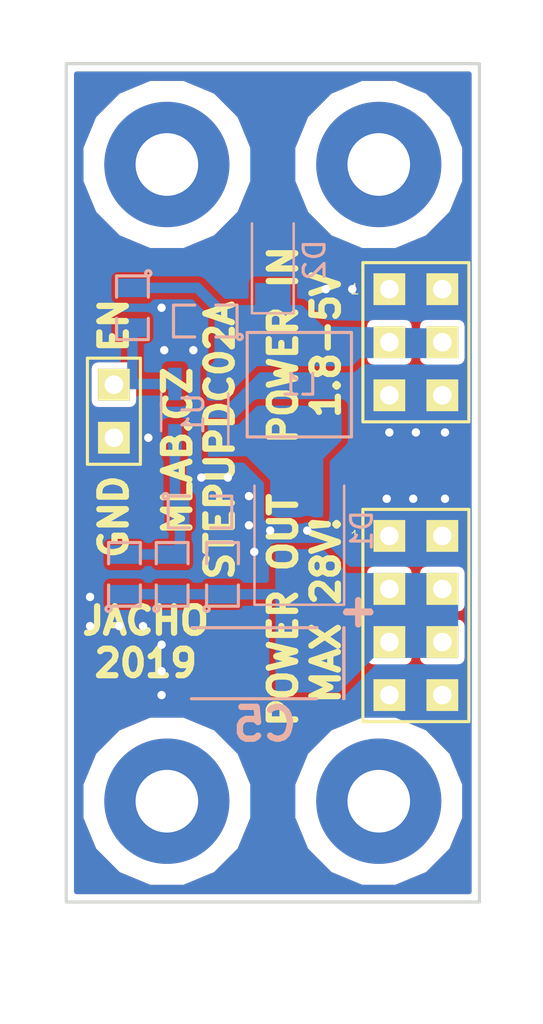
<source format=kicad_pcb>
(kicad_pcb (version 20171130) (host pcbnew "(6.0.0-rc1-dev-205-gc0615c5ef)")

  (general
    (thickness 1.6)
    (drawings 12)
    (tracks 82)
    (zones 0)
    (modules 18)
    (nets 7)
  )

  (page A4)
  (layers
    (0 F.Cu signal)
    (31 B.Cu signal)
    (32 B.Adhes user)
    (33 F.Adhes user)
    (34 B.Paste user)
    (35 F.Paste user)
    (36 B.SilkS user)
    (37 F.SilkS user)
    (38 B.Mask user)
    (39 F.Mask user)
    (40 Dwgs.User user)
    (41 Cmts.User user)
    (42 Eco1.User user)
    (43 Eco2.User user)
    (44 Edge.Cuts user)
    (45 Margin user)
    (46 B.CrtYd user)
    (47 F.CrtYd user)
    (48 B.Fab user)
    (49 F.Fab user)
  )

  (setup
    (last_trace_width 0.25)
    (user_trace_width 0.5)
    (user_trace_width 1)
    (user_trace_width 2)
    (trace_clearance 0.2)
    (zone_clearance 0.3)
    (zone_45_only no)
    (trace_min 0.2)
    (via_size 0.8)
    (via_drill 0.4)
    (via_min_size 0.4)
    (via_min_drill 0.3)
    (user_via 0.8 0.4)
    (user_via 2 1)
    (uvia_size 0.3)
    (uvia_drill 0.1)
    (uvias_allowed no)
    (uvia_min_size 0.2)
    (uvia_min_drill 0.1)
    (edge_width 0.15)
    (segment_width 0.2)
    (pcb_text_width 0.3)
    (pcb_text_size 1.5 1.5)
    (mod_edge_width 0.15)
    (mod_text_size 1 1)
    (mod_text_width 0.15)
    (pad_size 1.524 1.524)
    (pad_drill 0.762)
    (pad_to_mask_clearance 0.2)
    (aux_axis_origin 0 0)
    (visible_elements 7FFFFF7F)
    (pcbplotparams
      (layerselection 0x010e0_ffffffff)
      (usegerberextensions false)
      (usegerberattributes false)
      (usegerberadvancedattributes false)
      (creategerberjobfile false)
      (excludeedgelayer true)
      (linewidth 0.100000)
      (plotframeref false)
      (viasonmask false)
      (mode 1)
      (useauxorigin false)
      (hpglpennumber 1)
      (hpglpenspeed 20)
      (hpglpendiameter 15.000000)
      (psnegative false)
      (psa4output false)
      (plotreference true)
      (plotvalue false)
      (plotinvisibletext false)
      (padsonsilk false)
      (subtractmaskfromsilk false)
      (outputformat 1)
      (mirror false)
      (drillshape 0)
      (scaleselection 1)
      (outputdirectory "../cam_profi/"))
  )

  (net 0 "")
  (net 1 GND)
  (net 2 "Net-(D1-Pad2)")
  (net 3 /ENABLE)
  (net 4 "Net-(C1-Pad2)")
  (net 5 /PowerOUT)
  (net 6 /Power)

  (net_class Default "This is the default net class."
    (clearance 0.2)
    (trace_width 0.25)
    (via_dia 0.8)
    (via_drill 0.4)
    (uvia_dia 0.3)
    (uvia_drill 0.1)
    (add_net /ENABLE)
    (add_net /Power)
    (add_net /PowerOUT)
    (add_net GND)
    (add_net "Net-(C1-Pad2)")
    (add_net "Net-(D1-Pad2)")
  )

  (module Mlab_L:DJNR5040 (layer B.Cu) (tedit 5A1BC201) (tstamp 5CAB13F4)
    (at 11.43 -25.019 90)
    (descr DJNR5040)
    (path /5A0BC312)
    (fp_text reference L1 (at 0 0 180) (layer B.SilkS)
      (effects (font (size 1 1) (thickness 0.15)) (justify mirror))
    )
    (fp_text value 10u (at 0.0127 -2.8956 90) (layer B.SilkS) hide
      (effects (font (size 0.50038 0.50038) (thickness 0.11938)) (justify mirror))
    )
    (fp_line (start -2.5 2.5) (end -2.5 -2.5) (layer B.SilkS) (width 0.15))
    (fp_line (start -2.5 -2.5) (end 2.5 -2.5) (layer B.SilkS) (width 0.15))
    (fp_line (start 2.5 -2.5) (end 2.5 2.5) (layer B.SilkS) (width 0.15))
    (fp_line (start 2.5 2.5) (end -2.5 2.5) (layer B.SilkS) (width 0.15))
    (pad 2 smd rect (at -1.8 0 90) (size 1.6 4) (layers B.Cu B.Paste B.Mask)
      (net 2 "Net-(D1-Pad2)"))
    (pad 1 smd rect (at 1.8 0 90) (size 1.6 4) (layers B.Cu B.Paste B.Mask)
      (net 6 /Power))
    (model Capacitors_SMD/c_elec_10x10_5.wrl
      (at (xyz 0 0 0))
      (scale (xyz 1 1 1))
      (rotate (xyz 0 0 0))
    )
  )

  (module Mlab_Mechanical:MountingHole_3mm locked placed (layer F.Cu) (tedit 5535DB2C) (tstamp 5A0DFFD4)
    (at 15.24 -35.56)
    (descr "Mounting hole, Befestigungsbohrung, 3mm, No Annular, Kein Restring,")
    (tags "Mounting hole, Befestigungsbohrung, 3mm, No Annular, Kein Restring,")
    (path /5A0E262A)
    (fp_text reference M1 (at 0 -4.191) (layer F.SilkS) hide
      (effects (font (size 1.524 1.524) (thickness 0.3048)))
    )
    (fp_text value HOLE (at 0 4.191) (layer F.SilkS) hide
      (effects (font (size 1.524 1.524) (thickness 0.3048)))
    )
    (fp_circle (center 0 0) (end 2.99974 0) (layer Cmts.User) (width 0.381))
    (pad 1 thru_hole circle (at 0 0) (size 6 6) (drill 3) (layers *.Cu *.Adhes *.Mask)
      (clearance 1) (zone_connect 2))
  )

  (module Mlab_Mechanical:MountingHole_3mm locked placed (layer F.Cu) (tedit 5535DB2C) (tstamp 5A0DFFD9)
    (at 15.24 -5.08)
    (descr "Mounting hole, Befestigungsbohrung, 3mm, No Annular, Kein Restring,")
    (tags "Mounting hole, Befestigungsbohrung, 3mm, No Annular, Kein Restring,")
    (path /5A0E273F)
    (fp_text reference M2 (at 0 -4.191) (layer F.SilkS) hide
      (effects (font (size 1.524 1.524) (thickness 0.3048)))
    )
    (fp_text value HOLE (at 0 4.191) (layer F.SilkS) hide
      (effects (font (size 1.524 1.524) (thickness 0.3048)))
    )
    (fp_circle (center 0 0) (end 2.99974 0) (layer Cmts.User) (width 0.381))
    (pad 1 thru_hole circle (at 0 0) (size 6 6) (drill 3) (layers *.Cu *.Adhes *.Mask)
      (clearance 1) (zone_connect 2))
  )

  (module Mlab_Mechanical:MountingHole_3mm locked placed (layer F.Cu) (tedit 5535DB2C) (tstamp 5A0DFFDE)
    (at 5.08 -5.08)
    (descr "Mounting hole, Befestigungsbohrung, 3mm, No Annular, Kein Restring,")
    (tags "Mounting hole, Befestigungsbohrung, 3mm, No Annular, Kein Restring,")
    (path /5A0E281C)
    (fp_text reference M3 (at 0 -4.191) (layer F.SilkS) hide
      (effects (font (size 1.524 1.524) (thickness 0.3048)))
    )
    (fp_text value HOLE (at 0 4.191) (layer F.SilkS) hide
      (effects (font (size 1.524 1.524) (thickness 0.3048)))
    )
    (fp_circle (center 0 0) (end 2.99974 0) (layer Cmts.User) (width 0.381))
    (pad 1 thru_hole circle (at 0 0) (size 6 6) (drill 3) (layers *.Cu *.Adhes *.Mask)
      (clearance 1) (zone_connect 2))
  )

  (module Mlab_Mechanical:MountingHole_3mm locked placed (layer F.Cu) (tedit 5535DB2C) (tstamp 5A0DFFE3)
    (at 5.08 -35.56)
    (descr "Mounting hole, Befestigungsbohrung, 3mm, No Annular, Kein Restring,")
    (tags "Mounting hole, Befestigungsbohrung, 3mm, No Annular, Kein Restring,")
    (path /5A0E28FA)
    (fp_text reference M4 (at 0 -4.191) (layer F.SilkS) hide
      (effects (font (size 1.524 1.524) (thickness 0.3048)))
    )
    (fp_text value HOLE (at 0 4.191) (layer F.SilkS) hide
      (effects (font (size 1.524 1.524) (thickness 0.3048)))
    )
    (fp_circle (center 0 0) (end 2.99974 0) (layer Cmts.User) (width 0.381))
    (pad 1 thru_hole circle (at 0 0) (size 6 6) (drill 3) (layers *.Cu *.Adhes *.Mask)
      (clearance 1) (zone_connect 2))
  )

  (module Mlab_R:SMD-0805 (layer B.Cu) (tedit 5C6D150A) (tstamp 5CB7F443)
    (at 3.048 -15.9385 90)
    (path /5A0BCC3C)
    (attr smd)
    (fp_text reference C1 (at 0 0.3175 90) (layer B.Fab)
      (effects (font (size 0.50038 0.50038) (thickness 0.10922)) (justify mirror))
    )
    (fp_text value 22p (at 0.127 -0.381 90) (layer B.Fab)
      (effects (font (size 0.50038 0.50038) (thickness 0.10922)) (justify mirror))
    )
    (fp_line (start 1.524 -0.762) (end 0.508 -0.762) (layer B.SilkS) (width 0.15))
    (fp_line (start 1.524 0.762) (end 1.524 -0.762) (layer B.SilkS) (width 0.15))
    (fp_line (start 0.508 0.762) (end 1.524 0.762) (layer B.SilkS) (width 0.15))
    (fp_line (start -0.508 -0.762) (end -1.524 -0.762) (layer B.SilkS) (width 0.15))
    (fp_line (start -1.524 -0.762) (end -1.524 0.762) (layer B.Fab) (width 0.15))
    (fp_line (start -1.524 0.762) (end -0.508 0.762) (layer B.Fab) (width 0.15))
    (fp_circle (center -1.651 -0.762) (end -1.651 -0.635) (layer B.SilkS) (width 0.15))
    (fp_line (start -0.508 -0.762) (end -1.524 -0.762) (layer B.Fab) (width 0.15))
    (fp_line (start -1.524 -0.762) (end -1.524 0.762) (layer B.SilkS) (width 0.15))
    (fp_line (start -1.524 0.762) (end -0.508 0.762) (layer B.SilkS) (width 0.15))
    (fp_line (start 0.508 0.762) (end 1.524 0.762) (layer B.Fab) (width 0.15))
    (fp_line (start 1.524 0.762) (end 1.524 -0.762) (layer B.Fab) (width 0.15))
    (fp_line (start 1.524 -0.762) (end 0.508 -0.762) (layer B.Fab) (width 0.15))
    (pad 1 smd rect (at -0.9525 0 90) (size 0.889 1.397) (layers B.Cu B.Paste B.Mask)
      (net 5 /PowerOUT))
    (pad 2 smd rect (at 0.9525 0 90) (size 0.889 1.397) (layers B.Cu B.Paste B.Mask)
      (net 4 "Net-(C1-Pad2)"))
    (model ${KISYS3DMOD}/Resistor_SMD.3dshapes/R_0805_2012Metric.wrl
      (at (xyz 0 0 0))
      (scale (xyz 1 1 1))
      (rotate (xyz 0 0 0))
    )
  )

  (module Mlab_R:SMD-0805 (layer B.Cu) (tedit 5C6D150A) (tstamp 5CB7F456)
    (at 7.747 -15.9385 90)
    (path /5CAD3AE2)
    (attr smd)
    (fp_text reference C2 (at 0 0.3175 90) (layer B.Fab)
      (effects (font (size 0.50038 0.50038) (thickness 0.10922)) (justify mirror))
    )
    (fp_text value 1uF/50V (at 0.127 -0.381 90) (layer B.Fab)
      (effects (font (size 0.50038 0.50038) (thickness 0.10922)) (justify mirror))
    )
    (fp_line (start 1.524 -0.762) (end 0.508 -0.762) (layer B.SilkS) (width 0.15))
    (fp_line (start 1.524 0.762) (end 1.524 -0.762) (layer B.SilkS) (width 0.15))
    (fp_line (start 0.508 0.762) (end 1.524 0.762) (layer B.SilkS) (width 0.15))
    (fp_line (start -0.508 -0.762) (end -1.524 -0.762) (layer B.SilkS) (width 0.15))
    (fp_line (start -1.524 -0.762) (end -1.524 0.762) (layer B.Fab) (width 0.15))
    (fp_line (start -1.524 0.762) (end -0.508 0.762) (layer B.Fab) (width 0.15))
    (fp_circle (center -1.651 -0.762) (end -1.651 -0.635) (layer B.SilkS) (width 0.15))
    (fp_line (start -0.508 -0.762) (end -1.524 -0.762) (layer B.Fab) (width 0.15))
    (fp_line (start -1.524 -0.762) (end -1.524 0.762) (layer B.SilkS) (width 0.15))
    (fp_line (start -1.524 0.762) (end -0.508 0.762) (layer B.SilkS) (width 0.15))
    (fp_line (start 0.508 0.762) (end 1.524 0.762) (layer B.Fab) (width 0.15))
    (fp_line (start 1.524 0.762) (end 1.524 -0.762) (layer B.Fab) (width 0.15))
    (fp_line (start 1.524 -0.762) (end 0.508 -0.762) (layer B.Fab) (width 0.15))
    (pad 1 smd rect (at -0.9525 0 90) (size 0.889 1.397) (layers B.Cu B.Paste B.Mask)
      (net 5 /PowerOUT))
    (pad 2 smd rect (at 0.9525 0 90) (size 0.889 1.397) (layers B.Cu B.Paste B.Mask)
      (net 1 GND))
    (model ${KISYS3DMOD}/Resistor_SMD.3dshapes/R_0805_2012Metric.wrl
      (at (xyz 0 0 0))
      (scale (xyz 1 1 1))
      (rotate (xyz 0 0 0))
    )
  )

  (module Mlab_C:TantalC_SizeC_Reflow (layer B.Cu) (tedit 5C6D17E8) (tstamp 5CB7F467)
    (at 9.25576 -11.684 180)
    (descr "Tantal Cap. , Size C, EIA-6032, Reflow,")
    (tags "Tantal Cap. , Size C, EIA-6032, Reflow,")
    (path /5A13EE1F)
    (attr smd)
    (fp_text reference C5 (at -0.52324 -2.921 180) (layer B.SilkS)
      (effects (font (size 1.524 1.524) (thickness 0.3048)) (justify mirror))
    )
    (fp_text value 15uF/35V (at 0 -3 180) (layer B.SilkS) hide
      (effects (font (size 1.524 1.524) (thickness 0.3048)) (justify mirror))
    )
    (fp_line (start -4.30022 1.69926) (end -4.30022 -1.69926) (layer B.SilkS) (width 0.15))
    (fp_line (start 2.99974 -1.69926) (end -2.99974 -1.69926) (layer B.SilkS) (width 0.15))
    (fp_line (start 2.99974 1.69926) (end -2.99974 1.69926) (layer B.Fab) (width 0.15))
    (fp_text user + (at -4.99872 2.55016 180) (layer B.SilkS)
      (effects (font (size 1.524 1.524) (thickness 0.3048)) (justify mirror))
    )
    (fp_line (start -5.00126 3.05308) (end -5.00126 1.95326) (layer B.SilkS) (width 0.15))
    (fp_line (start -5.6007 2.5527) (end -4.40182 2.5527) (layer B.SilkS) (width 0.15))
    (fp_line (start 2.97688 1.7018) (end -3.0226 1.7018) (layer B.SilkS) (width 0.15))
    (fp_line (start -4.318 1.7018) (end -4.318 -1.69672) (layer B.SilkS) (width 0.15))
    (fp_line (start 2.97688 -1.69926) (end -3.0226 -1.69926) (layer B.Fab) (width 0.15))
    (fp_text user + (at -5.0038 2.54 180) (layer B.Fab)
      (effects (font (size 1.5 1.5) (thickness 0.15)) (justify mirror))
    )
    (fp_text user %R (at 0.1016 0 180) (layer B.Fab)
      (effects (font (size 1.524 1.524) (thickness 0.3)) (justify mirror))
    )
    (pad 2 smd rect (at 2.52476 0 180) (size 2.55016 2.49936) (layers B.Cu B.Paste B.Mask)
      (net 1 GND))
    (pad 1 smd rect (at -2.52476 0 180) (size 2.55016 2.49936) (layers B.Cu B.Paste B.Mask)
      (net 5 /PowerOUT))
    (model ${KISYS3DMOD}/Capacitor_Tantalum_SMD.3dshapes/CP_EIA-6032-28_Kemet-C.wrl
      (at (xyz 0 0 0))
      (scale (xyz 1 1 1))
      (rotate (xyz 0 0 0))
    )
  )

  (module Mlab_R:SMD-0805 (layer B.Cu) (tedit 5C6D150A) (tstamp 5CB81D94)
    (at 6.9215 -28.067 180)
    (path /5A0BBF24)
    (attr smd)
    (fp_text reference C6 (at 0 0.3175 180) (layer B.Fab)
      (effects (font (size 0.50038 0.50038) (thickness 0.10922)) (justify mirror))
    )
    (fp_text value 4u7 (at 0.127 -0.381 180) (layer B.Fab)
      (effects (font (size 0.50038 0.50038) (thickness 0.10922)) (justify mirror))
    )
    (fp_line (start 1.524 -0.762) (end 0.508 -0.762) (layer B.Fab) (width 0.15))
    (fp_line (start 1.524 0.762) (end 1.524 -0.762) (layer B.Fab) (width 0.15))
    (fp_line (start 0.508 0.762) (end 1.524 0.762) (layer B.Fab) (width 0.15))
    (fp_line (start -1.524 0.762) (end -0.508 0.762) (layer B.SilkS) (width 0.15))
    (fp_line (start -1.524 -0.762) (end -1.524 0.762) (layer B.SilkS) (width 0.15))
    (fp_line (start -0.508 -0.762) (end -1.524 -0.762) (layer B.Fab) (width 0.15))
    (fp_circle (center -1.651 -0.762) (end -1.651 -0.635) (layer B.SilkS) (width 0.15))
    (fp_line (start -1.524 0.762) (end -0.508 0.762) (layer B.Fab) (width 0.15))
    (fp_line (start -1.524 -0.762) (end -1.524 0.762) (layer B.Fab) (width 0.15))
    (fp_line (start -0.508 -0.762) (end -1.524 -0.762) (layer B.SilkS) (width 0.15))
    (fp_line (start 0.508 0.762) (end 1.524 0.762) (layer B.SilkS) (width 0.15))
    (fp_line (start 1.524 0.762) (end 1.524 -0.762) (layer B.SilkS) (width 0.15))
    (fp_line (start 1.524 -0.762) (end 0.508 -0.762) (layer B.SilkS) (width 0.15))
    (pad 2 smd rect (at 0.9525 0 180) (size 0.889 1.397) (layers B.Cu B.Paste B.Mask)
      (net 1 GND))
    (pad 1 smd rect (at -0.9525 0 180) (size 0.889 1.397) (layers B.Cu B.Paste B.Mask)
      (net 6 /Power))
    (model ${KISYS3DMOD}/Resistor_SMD.3dshapes/R_0805_2012Metric.wrl
      (at (xyz 0 0 0))
      (scale (xyz 1 1 1))
      (rotate (xyz 0 0 0))
    )
  )

  (module Mlab_R:SMD-0805 (layer B.Cu) (tedit 5C6D150A) (tstamp 5CAB1929)
    (at 3.429 -28.702 270)
    (path /5CAD1A19)
    (attr smd)
    (fp_text reference R1 (at 0 0.3175 270) (layer B.Fab)
      (effects (font (size 0.50038 0.50038) (thickness 0.10922)) (justify mirror))
    )
    (fp_text value 10k (at 0.127 -0.381 270) (layer B.Fab)
      (effects (font (size 0.50038 0.50038) (thickness 0.10922)) (justify mirror))
    )
    (fp_line (start 1.524 -0.762) (end 0.508 -0.762) (layer B.Fab) (width 0.15))
    (fp_line (start 1.524 0.762) (end 1.524 -0.762) (layer B.Fab) (width 0.15))
    (fp_line (start 0.508 0.762) (end 1.524 0.762) (layer B.Fab) (width 0.15))
    (fp_line (start -1.524 0.762) (end -0.508 0.762) (layer B.SilkS) (width 0.15))
    (fp_line (start -1.524 -0.762) (end -1.524 0.762) (layer B.SilkS) (width 0.15))
    (fp_line (start -0.508 -0.762) (end -1.524 -0.762) (layer B.Fab) (width 0.15))
    (fp_circle (center -1.651 -0.762) (end -1.651 -0.635) (layer B.SilkS) (width 0.15))
    (fp_line (start -1.524 0.762) (end -0.508 0.762) (layer B.Fab) (width 0.15))
    (fp_line (start -1.524 -0.762) (end -1.524 0.762) (layer B.Fab) (width 0.15))
    (fp_line (start -0.508 -0.762) (end -1.524 -0.762) (layer B.SilkS) (width 0.15))
    (fp_line (start 0.508 0.762) (end 1.524 0.762) (layer B.SilkS) (width 0.15))
    (fp_line (start 1.524 0.762) (end 1.524 -0.762) (layer B.SilkS) (width 0.15))
    (fp_line (start 1.524 -0.762) (end 0.508 -0.762) (layer B.SilkS) (width 0.15))
    (pad 2 smd rect (at 0.9525 0 270) (size 0.889 1.397) (layers B.Cu B.Paste B.Mask)
      (net 3 /ENABLE))
    (pad 1 smd rect (at -0.9525 0 270) (size 0.889 1.397) (layers B.Cu B.Paste B.Mask)
      (net 6 /Power))
    (model ${KISYS3DMOD}/Resistor_SMD.3dshapes/R_0805_2012Metric.wrl
      (at (xyz 0 0 0))
      (scale (xyz 1 1 1))
      (rotate (xyz 0 0 0))
    )
  )

  (module Mlab_R:SMD-0805 (layer B.Cu) (tedit 5C6D150A) (tstamp 5CB7F4A0)
    (at 5.334 -15.9385 90)
    (path /5A0BC719)
    (attr smd)
    (fp_text reference R2 (at 0 0.3175 90) (layer B.Fab)
      (effects (font (size 0.50038 0.50038) (thickness 0.10922)) (justify mirror))
    )
    (fp_text value 470k (at 0.127 -0.381 90) (layer B.Fab)
      (effects (font (size 0.50038 0.50038) (thickness 0.10922)) (justify mirror))
    )
    (fp_line (start 1.524 -0.762) (end 0.508 -0.762) (layer B.SilkS) (width 0.15))
    (fp_line (start 1.524 0.762) (end 1.524 -0.762) (layer B.SilkS) (width 0.15))
    (fp_line (start 0.508 0.762) (end 1.524 0.762) (layer B.SilkS) (width 0.15))
    (fp_line (start -0.508 -0.762) (end -1.524 -0.762) (layer B.SilkS) (width 0.15))
    (fp_line (start -1.524 -0.762) (end -1.524 0.762) (layer B.Fab) (width 0.15))
    (fp_line (start -1.524 0.762) (end -0.508 0.762) (layer B.Fab) (width 0.15))
    (fp_circle (center -1.651 -0.762) (end -1.651 -0.635) (layer B.SilkS) (width 0.15))
    (fp_line (start -0.508 -0.762) (end -1.524 -0.762) (layer B.Fab) (width 0.15))
    (fp_line (start -1.524 -0.762) (end -1.524 0.762) (layer B.SilkS) (width 0.15))
    (fp_line (start -1.524 0.762) (end -0.508 0.762) (layer B.SilkS) (width 0.15))
    (fp_line (start 0.508 0.762) (end 1.524 0.762) (layer B.Fab) (width 0.15))
    (fp_line (start 1.524 0.762) (end 1.524 -0.762) (layer B.Fab) (width 0.15))
    (fp_line (start 1.524 -0.762) (end 0.508 -0.762) (layer B.Fab) (width 0.15))
    (pad 1 smd rect (at -0.9525 0 90) (size 0.889 1.397) (layers B.Cu B.Paste B.Mask)
      (net 5 /PowerOUT))
    (pad 2 smd rect (at 0.9525 0 90) (size 0.889 1.397) (layers B.Cu B.Paste B.Mask)
      (net 4 "Net-(C1-Pad2)"))
    (model ${KISYS3DMOD}/Resistor_SMD.3dshapes/R_0805_2012Metric.wrl
      (at (xyz 0 0 0))
      (scale (xyz 1 1 1))
      (rotate (xyz 0 0 0))
    )
  )

  (module Mlab_R:SMD-0805 (layer B.Cu) (tedit 5C6D150A) (tstamp 5CB7F4B3)
    (at 6.6675 -18.923)
    (path /5A0BC925)
    (attr smd)
    (fp_text reference R4 (at 0 0.3175) (layer B.Fab)
      (effects (font (size 0.50038 0.50038) (thickness 0.10922)) (justify mirror))
    )
    (fp_text value 120k (at 0.127 -0.381) (layer B.Fab)
      (effects (font (size 0.50038 0.50038) (thickness 0.10922)) (justify mirror))
    )
    (fp_line (start 1.524 -0.762) (end 0.508 -0.762) (layer B.Fab) (width 0.15))
    (fp_line (start 1.524 0.762) (end 1.524 -0.762) (layer B.Fab) (width 0.15))
    (fp_line (start 0.508 0.762) (end 1.524 0.762) (layer B.Fab) (width 0.15))
    (fp_line (start -1.524 0.762) (end -0.508 0.762) (layer B.SilkS) (width 0.15))
    (fp_line (start -1.524 -0.762) (end -1.524 0.762) (layer B.SilkS) (width 0.15))
    (fp_line (start -0.508 -0.762) (end -1.524 -0.762) (layer B.Fab) (width 0.15))
    (fp_circle (center -1.651 -0.762) (end -1.651 -0.635) (layer B.SilkS) (width 0.15))
    (fp_line (start -1.524 0.762) (end -0.508 0.762) (layer B.Fab) (width 0.15))
    (fp_line (start -1.524 -0.762) (end -1.524 0.762) (layer B.Fab) (width 0.15))
    (fp_line (start -0.508 -0.762) (end -1.524 -0.762) (layer B.SilkS) (width 0.15))
    (fp_line (start 0.508 0.762) (end 1.524 0.762) (layer B.SilkS) (width 0.15))
    (fp_line (start 1.524 0.762) (end 1.524 -0.762) (layer B.SilkS) (width 0.15))
    (fp_line (start 1.524 -0.762) (end 0.508 -0.762) (layer B.SilkS) (width 0.15))
    (pad 2 smd rect (at 0.9525 0) (size 0.889 1.397) (layers B.Cu B.Paste B.Mask)
      (net 1 GND))
    (pad 1 smd rect (at -0.9525 0) (size 0.889 1.397) (layers B.Cu B.Paste B.Mask)
      (net 4 "Net-(C1-Pad2)"))
    (model ${KISYS3DMOD}/Resistor_SMD.3dshapes/R_0805_2012Metric.wrl
      (at (xyz 0 0 0))
      (scale (xyz 1 1 1))
      (rotate (xyz 0 0 0))
    )
  )

  (module Diode_SMD:D_SMB (layer B.Cu) (tedit 58645DF3) (tstamp 5CAB134B)
    (at 11.43 -18.034 90)
    (descr "Diode SMB (DO-214AA)")
    (tags "Diode SMB (DO-214AA)")
    (path /5A0BC5D0)
    (attr smd)
    (fp_text reference D1 (at 0 3 90) (layer B.SilkS)
      (effects (font (size 1 1) (thickness 0.15)) (justify mirror))
    )
    (fp_text value STPS1L30U (at 0 -3.1 90) (layer B.Fab) hide
      (effects (font (size 1 1) (thickness 0.15)) (justify mirror))
    )
    (fp_text user %R (at 0 3 90) (layer B.Fab)
      (effects (font (size 1 1) (thickness 0.15)) (justify mirror))
    )
    (fp_line (start -3.55 2.15) (end -3.55 -2.15) (layer B.SilkS) (width 0.12))
    (fp_line (start 2.3 -2) (end -2.3 -2) (layer B.Fab) (width 0.1))
    (fp_line (start -2.3 -2) (end -2.3 2) (layer B.Fab) (width 0.1))
    (fp_line (start 2.3 2) (end 2.3 -2) (layer B.Fab) (width 0.1))
    (fp_line (start 2.3 2) (end -2.3 2) (layer B.Fab) (width 0.1))
    (fp_line (start -3.65 2.25) (end 3.65 2.25) (layer B.CrtYd) (width 0.05))
    (fp_line (start 3.65 2.25) (end 3.65 -2.25) (layer B.CrtYd) (width 0.05))
    (fp_line (start 3.65 -2.25) (end -3.65 -2.25) (layer B.CrtYd) (width 0.05))
    (fp_line (start -3.65 -2.25) (end -3.65 2.25) (layer B.CrtYd) (width 0.05))
    (fp_line (start -0.64944 -0.00102) (end -1.55114 -0.00102) (layer B.Fab) (width 0.1))
    (fp_line (start 0.50118 -0.00102) (end 1.4994 -0.00102) (layer B.Fab) (width 0.1))
    (fp_line (start -0.64944 0.79908) (end -0.64944 -0.80112) (layer B.Fab) (width 0.1))
    (fp_line (start 0.50118 -0.75032) (end 0.50118 0.79908) (layer B.Fab) (width 0.1))
    (fp_line (start -0.64944 -0.00102) (end 0.50118 -0.75032) (layer B.Fab) (width 0.1))
    (fp_line (start -0.64944 -0.00102) (end 0.50118 0.79908) (layer B.Fab) (width 0.1))
    (fp_line (start -3.55 -2.15) (end 2.15 -2.15) (layer B.SilkS) (width 0.12))
    (fp_line (start -3.55 2.15) (end 2.15 2.15) (layer B.SilkS) (width 0.12))
    (pad 1 smd rect (at -2.15 0 90) (size 2.5 2.3) (layers B.Cu B.Paste B.Mask)
      (net 5 /PowerOUT))
    (pad 2 smd rect (at 2.15 0 90) (size 2.5 2.3) (layers B.Cu B.Paste B.Mask)
      (net 2 "Net-(D1-Pad2)"))
    (model ${KISYS3DMOD}/Diode_SMD.3dshapes/D_SMB.wrl
      (at (xyz 0 0 0))
      (scale (xyz 1 1 1))
      (rotate (xyz 0 0 0))
    )
  )

  (module Package_TO_SOT_SMD:SOT-23-5_HandSoldering (layer B.Cu) (tedit 5A0AB76C) (tstamp 5CAB19C9)
    (at 6.416 -23.702 90)
    (descr "5-pin SOT23 package")
    (tags "SOT-23-5 hand-soldering")
    (path /5A0BB51A)
    (attr smd)
    (fp_text reference U1 (at -0.08 -0.066 90) (layer B.SilkS)
      (effects (font (size 1 1) (thickness 0.15)) (justify mirror))
    )
    (fp_text value TPS6104 (at 0 -2.9 90) (layer B.Fab) hide
      (effects (font (size 1 1) (thickness 0.15)) (justify mirror))
    )
    (fp_text user %R (at 0 0) (layer B.Fab)
      (effects (font (size 0.5 0.5) (thickness 0.075)) (justify mirror))
    )
    (fp_line (start -0.9 -1.61) (end 0.9 -1.61) (layer B.SilkS) (width 0.12))
    (fp_line (start 0.9 1.61) (end -1.55 1.61) (layer B.SilkS) (width 0.12))
    (fp_line (start -0.9 0.9) (end -0.25 1.55) (layer B.Fab) (width 0.1))
    (fp_line (start 0.9 1.55) (end -0.25 1.55) (layer B.Fab) (width 0.1))
    (fp_line (start -0.9 0.9) (end -0.9 -1.55) (layer B.Fab) (width 0.1))
    (fp_line (start 0.9 -1.55) (end -0.9 -1.55) (layer B.Fab) (width 0.1))
    (fp_line (start 0.9 1.55) (end 0.9 -1.55) (layer B.Fab) (width 0.1))
    (fp_line (start -2.38 1.8) (end 2.38 1.8) (layer B.CrtYd) (width 0.05))
    (fp_line (start -2.38 1.8) (end -2.38 -1.8) (layer B.CrtYd) (width 0.05))
    (fp_line (start 2.38 -1.8) (end 2.38 1.8) (layer B.CrtYd) (width 0.05))
    (fp_line (start 2.38 -1.8) (end -2.38 -1.8) (layer B.CrtYd) (width 0.05))
    (pad 1 smd rect (at -1.35 0.95 90) (size 1.56 0.65) (layers B.Cu B.Paste B.Mask)
      (net 2 "Net-(D1-Pad2)"))
    (pad 2 smd rect (at -1.35 0 90) (size 1.56 0.65) (layers B.Cu B.Paste B.Mask)
      (net 1 GND))
    (pad 3 smd rect (at -1.35 -0.95 90) (size 1.56 0.65) (layers B.Cu B.Paste B.Mask)
      (net 4 "Net-(C1-Pad2)"))
    (pad 4 smd rect (at 1.35 -0.95 90) (size 1.56 0.65) (layers B.Cu B.Paste B.Mask)
      (net 3 /ENABLE))
    (pad 5 smd rect (at 1.35 0.95 90) (size 1.56 0.65) (layers B.Cu B.Paste B.Mask)
      (net 6 /Power))
    (model ${KISYS3DMOD}/Package_TO_SOT_SMD.3dshapes/SOT-23-5.wrl
      (at (xyz 0 0 0))
      (scale (xyz 1 1 1))
      (rotate (xyz 0 0 0))
    )
  )

  (module Mlab_Pin_Headers:Straight_2x03 (layer F.Cu) (tedit 5C6D19E5) (tstamp 5CAB1A38)
    (at 17.018 -27.051)
    (descr "pin header straight 2x03")
    (tags "pin header straight 2x03")
    (path /5A05CF9A)
    (fp_text reference J1 (at 0 -5.08) (layer F.SilkS) hide
      (effects (font (size 1.5 1.5) (thickness 0.15)))
    )
    (fp_text value POWER (at 0 5.08) (layer F.SilkS) hide
      (effects (font (size 1.5 1.5) (thickness 0.15)))
    )
    (fp_text user 1 (at -2.921 -2.54) (layer F.SilkS)
      (effects (font (size 0.5 0.5) (thickness 0.05)))
    )
    (fp_line (start -2.54 -3.81) (end 2.54 -3.81) (layer F.SilkS) (width 0.15))
    (fp_line (start 2.54 -3.81) (end 2.54 3.81) (layer F.SilkS) (width 0.15))
    (fp_line (start 2.54 3.81) (end -2.54 3.81) (layer F.SilkS) (width 0.15))
    (fp_line (start -2.54 3.81) (end -2.54 -3.81) (layer F.SilkS) (width 0.15))
    (pad 1 thru_hole rect (at -1.27 -2.54) (size 1.524 1.524) (drill 0.889) (layers *.Cu *.Mask F.SilkS)
      (net 1 GND))
    (pad 2 thru_hole rect (at 1.27 -2.54) (size 1.524 1.524) (drill 0.889) (layers *.Cu *.Mask F.SilkS)
      (net 1 GND))
    (pad 3 thru_hole rect (at -1.27 0) (size 1.524 1.524) (drill 0.889) (layers *.Cu *.Mask F.SilkS)
      (net 6 /Power))
    (pad 4 thru_hole rect (at 1.27 0) (size 1.524 1.524) (drill 0.889) (layers *.Cu *.Mask F.SilkS)
      (net 6 /Power))
    (pad 5 thru_hole rect (at -1.27 2.54) (size 1.524 1.524) (drill 0.889) (layers *.Cu *.Mask F.SilkS)
      (net 1 GND))
    (pad 6 thru_hole rect (at 1.27 2.54) (size 1.524 1.524) (drill 0.889) (layers *.Cu *.Mask F.SilkS)
      (net 1 GND))
    (model ${KISYS3DMOD}/Connector_PinHeader_2.54mm.3dshapes/PinHeader_2x03_P2.54mm_Vertical.wrl
      (offset (xyz -1.27 2.54 0))
      (scale (xyz 1 1 1))
      (rotate (xyz 0 0 0))
    )
  )

  (module Mlab_Pin_Headers:Straight_2x04 (layer F.Cu) (tedit 5CAAFE10) (tstamp 5CD1AA27)
    (at 17.018 -13.97)
    (descr "pin header straight 2x04")
    (tags "pin header straight 2x04")
    (path /5CAD5C42)
    (fp_text reference J4 (at 0 -6.35) (layer F.SilkS) hide
      (effects (font (size 1.5 1.5) (thickness 0.15)))
    )
    (fp_text value HEADER_2x04_PARALLEL (at 0 6.35) (layer F.SilkS) hide
      (effects (font (size 1.5 1.5) (thickness 0.15)))
    )
    (fp_text user 1 (at -2.921 -3.81) (layer F.SilkS)
      (effects (font (size 0.5 0.5) (thickness 0.05)))
    )
    (fp_line (start -2.54 -5.08) (end 2.54 -5.08) (layer F.SilkS) (width 0.15))
    (fp_line (start 2.54 -5.08) (end 2.54 5.08) (layer F.SilkS) (width 0.15))
    (fp_line (start 2.54 5.08) (end -2.54 5.08) (layer F.SilkS) (width 0.15))
    (fp_line (start -2.54 5.08) (end -2.54 -5.08) (layer F.SilkS) (width 0.15))
    (pad 1 thru_hole rect (at -1.27 -3.81) (size 1.524 1.524) (drill 0.889) (layers *.Cu *.Mask F.SilkS)
      (net 1 GND))
    (pad 2 thru_hole rect (at 1.27 -3.81) (size 1.524 1.524) (drill 0.889) (layers *.Cu *.Mask F.SilkS)
      (net 1 GND))
    (pad 3 thru_hole rect (at -1.27 -1.27) (size 1.524 1.524) (drill 0.889) (layers *.Cu *.Mask F.SilkS)
      (net 5 /PowerOUT))
    (pad 4 thru_hole rect (at 1.27 -1.27) (size 1.524 1.524) (drill 0.889) (layers *.Cu *.Mask F.SilkS)
      (net 5 /PowerOUT))
    (pad 5 thru_hole rect (at -1.27 1.27) (size 1.524 1.524) (drill 0.889) (layers *.Cu *.Mask F.SilkS)
      (net 5 /PowerOUT))
    (pad 6 thru_hole rect (at 1.27 1.27) (size 1.524 1.524) (drill 0.889) (layers *.Cu *.Mask F.SilkS)
      (net 5 /PowerOUT))
    (pad 7 thru_hole rect (at -1.27 3.81) (size 1.524 1.524) (drill 0.889) (layers *.Cu *.Mask F.SilkS)
      (net 1 GND))
    (pad 8 thru_hole rect (at 1.27 3.81) (size 1.524 1.524) (drill 0.889) (layers *.Cu *.Mask F.SilkS)
      (net 1 GND))
    (model ${KISYS3DMOD}/Connector_PinHeader_2.54mm.3dshapes/PinHeader_2x04_P2.54mm_Vertical.wrl
      (offset (xyz -1.27 3.81 0))
      (scale (xyz 1 1 1))
      (rotate (xyz 0 0 0))
    )
  )

  (module Mlab_Pin_Headers:Straight_2x01 (layer F.Cu) (tedit 5C6D1993) (tstamp 5CB81D1D)
    (at 2.54 -23.749 90)
    (descr "pin header straight 2x01")
    (tags "pin header straight 2x01")
    (path /5CAB2981)
    (fp_text reference J2 (at 0 -2.54 90) (layer F.SilkS) hide
      (effects (font (size 1.5 1.5) (thickness 0.15)))
    )
    (fp_text value HEADER_1x02 (at 0 2.54 90) (layer F.SilkS) hide
      (effects (font (size 1.5 1.5) (thickness 0.15)))
    )
    (fp_line (start -2.54 -1.27) (end 2.54 -1.27) (layer F.SilkS) (width 0.15))
    (fp_line (start 2.54 -1.27) (end 2.54 1.27) (layer F.SilkS) (width 0.15))
    (fp_line (start 2.54 1.27) (end -2.54 1.27) (layer F.SilkS) (width 0.15))
    (fp_line (start -2.54 1.27) (end -2.54 -1.27) (layer F.SilkS) (width 0.15))
    (pad 1 thru_hole rect (at -1.27 0 90) (size 1.524 1.524) (drill 0.889) (layers *.Cu *.Mask F.SilkS)
      (net 1 GND))
    (pad 2 thru_hole rect (at 1.27 0 90) (size 1.524 1.524) (drill 0.889) (layers *.Cu *.Mask F.SilkS)
      (net 3 /ENABLE))
    (model ${KISYS3DMOD}/Connector_PinHeader_2.54mm.3dshapes/PinHeader_2x01_P2.54mm_Vertical.wrl
      (offset (xyz -1.27 0 0))
      (scale (xyz 1 1 1))
      (rotate (xyz 0 0 0))
    )
  )

  (module Diode_SMD:D_MiniMELF (layer B.Cu) (tedit 5905D8F5) (tstamp 5CAB4771)
    (at 10.16 -30.988 90)
    (descr "Diode Mini-MELF")
    (tags "Diode Mini-MELF")
    (path /5CAB4ADA)
    (attr smd)
    (fp_text reference D2 (at 0 2 90) (layer B.SilkS)
      (effects (font (size 1 1) (thickness 0.15)) (justify mirror))
    )
    (fp_text value ZSMD-5V6 (at 0 -1.75 90) (layer B.Fab) hide
      (effects (font (size 1 1) (thickness 0.15)) (justify mirror))
    )
    (fp_text user %R (at 0 2 90) (layer B.Fab)
      (effects (font (size 1 1) (thickness 0.15)) (justify mirror))
    )
    (fp_line (start 1.75 1) (end -2.55 1) (layer B.SilkS) (width 0.12))
    (fp_line (start -2.55 1) (end -2.55 -1) (layer B.SilkS) (width 0.12))
    (fp_line (start -2.55 -1) (end 1.75 -1) (layer B.SilkS) (width 0.12))
    (fp_line (start 1.65 0.8) (end 1.65 -0.8) (layer B.Fab) (width 0.1))
    (fp_line (start 1.65 -0.8) (end -1.65 -0.8) (layer B.Fab) (width 0.1))
    (fp_line (start -1.65 -0.8) (end -1.65 0.8) (layer B.Fab) (width 0.1))
    (fp_line (start -1.65 0.8) (end 1.65 0.8) (layer B.Fab) (width 0.1))
    (fp_line (start 0.25 0) (end 0.75 0) (layer B.Fab) (width 0.1))
    (fp_line (start 0.25 -0.4) (end -0.35 0) (layer B.Fab) (width 0.1))
    (fp_line (start 0.25 0.4) (end 0.25 -0.4) (layer B.Fab) (width 0.1))
    (fp_line (start -0.35 0) (end 0.25 0.4) (layer B.Fab) (width 0.1))
    (fp_line (start -0.35 0) (end -0.35 -0.55) (layer B.Fab) (width 0.1))
    (fp_line (start -0.35 0) (end -0.35 0.55) (layer B.Fab) (width 0.1))
    (fp_line (start -0.75 0) (end -0.35 0) (layer B.Fab) (width 0.1))
    (fp_line (start -2.65 1.1) (end 2.65 1.1) (layer B.CrtYd) (width 0.05))
    (fp_line (start 2.65 1.1) (end 2.65 -1.1) (layer B.CrtYd) (width 0.05))
    (fp_line (start 2.65 -1.1) (end -2.65 -1.1) (layer B.CrtYd) (width 0.05))
    (fp_line (start -2.65 -1.1) (end -2.65 1.1) (layer B.CrtYd) (width 0.05))
    (pad 1 smd rect (at -1.75 0 90) (size 1.3 1.7) (layers B.Cu B.Paste B.Mask)
      (net 6 /Power))
    (pad 2 smd rect (at 1.75 0 90) (size 1.3 1.7) (layers B.Cu B.Paste B.Mask)
      (net 1 GND))
    (model ${KISYS3DMOD}/Diode_SMD.3dshapes/D_MiniMELF.wrl
      (at (xyz 0 0 0))
      (scale (xyz 1 1 1))
      (rotate (xyz 0 0 0))
    )
  )

  (gr_text GND (at 2.54 -20.828 90) (layer F.SilkS) (tstamp 5CAB3CBF)
    (effects (font (size 1.27 1.27) (thickness 0.3)) (justify right))
  )
  (gr_text EN (at 2.54 -26.416 90) (layer F.SilkS) (tstamp 5CAB3CB6)
    (effects (font (size 1.27 1.27) (thickness 0.3)) (justify left))
  )
  (gr_text "POWER OUT\nMAX 28V!" (at 11.684 -14.224 90) (layer F.SilkS) (tstamp 5CAB3B1D)
    (effects (font (size 1.27 1.27) (thickness 0.3)))
  )
  (gr_text "POWER IN\n1.8-5V" (at 11.684 -26.924 90) (layer F.SilkS) (tstamp 5CAB3AFC)
    (effects (font (size 1.27 1.27) (thickness 0.3)))
  )
  (gr_text 2019 (at 4.064 -11.684) (layer F.SilkS) (tstamp 5CAB3AFA)
    (effects (font (size 1.27 1.27) (thickness 0.3)))
  )
  (gr_text JACHO (at 4.064 -13.716) (layer F.SilkS) (tstamp 5CAB3AF8)
    (effects (font (size 1.27 1.27) (thickness 0.3)))
  )
  (gr_text STEPUPDC02A (at 7.62 -22.352 90) (layer F.SilkS) (tstamp 5CAB3AF5)
    (effects (font (size 1.27 1.27) (thickness 0.3)))
  )
  (gr_text MLAB.CZ (at 5.588 -21.844 90) (layer F.SilkS)
    (effects (font (size 1.27 1.27) (thickness 0.3)))
  )
  (gr_line (start 0.254 -0.254) (end 0.254 -40.386) (angle 90) (layer Edge.Cuts) (width 0.15))
  (gr_line (start 0.254 -0.254) (end 20.066 -0.254) (angle 90) (layer Edge.Cuts) (width 0.15))
  (gr_line (start 20.066 -0.254) (end 20.066 -40.386) (angle 90) (layer Edge.Cuts) (width 0.15))
  (gr_line (start 0.254 -40.386) (end 20.066 -40.386) (angle 90) (layer Edge.Cuts) (width 0.15))

  (via (at 13.97 -29.591) (size 0.8) (drill 0.4) (layers F.Cu B.Cu) (net 1))
  (segment (start 15.748 -29.591) (end 13.97 -29.591) (width 0.5) (layer B.Cu) (net 1) (status 10))
  (via (at 12.7 -29.591) (size 0.8) (drill 0.4) (layers F.Cu B.Cu) (net 1))
  (segment (start 13.97 -29.591) (end 12.7 -29.591) (width 0.5) (layer F.Cu) (net 1))
  (via (at 6.731 -20.574) (size 0.8) (drill 0.4) (layers F.Cu B.Cu) (net 1))
  (segment (start 7.62 -18.923) (end 7.62 -19.685) (width 0.5) (layer B.Cu) (net 1) (status 10))
  (segment (start 7.62 -19.685) (end 6.731 -20.574) (width 0.5) (layer B.Cu) (net 1))
  (via (at 8.001 -20.574) (size 0.8) (drill 0.4) (layers F.Cu B.Cu) (net 1))
  (segment (start 6.731 -20.574) (end 8.001 -20.574) (width 0.5) (layer F.Cu) (net 1))
  (via (at 9.017 -19.685) (size 0.8) (drill 0.4) (layers F.Cu B.Cu) (net 1))
  (segment (start 8.001 -20.574) (end 8.128 -20.574) (width 0.5) (layer B.Cu) (net 1))
  (segment (start 8.128 -20.574) (end 9.017 -19.685) (width 0.5) (layer B.Cu) (net 1))
  (via (at 9.017 -18.288) (size 0.8) (drill 0.4) (layers F.Cu B.Cu) (net 1))
  (segment (start 9.017 -19.685) (end 9.017 -18.288) (width 0.5) (layer F.Cu) (net 1))
  (via (at 9.271 -17.018) (size 0.8) (drill 0.4) (layers F.Cu B.Cu) (net 1))
  (segment (start 9.017 -18.288) (end 9.017 -17.272) (width 0.5) (layer B.Cu) (net 1))
  (segment (start 9.017 -17.272) (end 9.271 -17.018) (width 0.5) (layer B.Cu) (net 1))
  (via (at 11.811 -18.034) (size 0.8) (drill 0.4) (layers F.Cu B.Cu) (net 1))
  (via (at 10.033 -18.033998) (size 0.8) (drill 0.4) (layers F.Cu B.Cu) (net 1))
  (segment (start 11.811 -18.034) (end 10.033002 -18.034) (width 0.5) (layer B.Cu) (net 1))
  (segment (start 10.033002 -18.034) (end 10.033 -18.033998) (width 0.5) (layer B.Cu) (net 1))
  (segment (start 9.017 -18.288) (end 9.778998 -18.288) (width 0.5) (layer F.Cu) (net 1))
  (segment (start 9.778998 -18.288) (end 10.033 -18.033998) (width 0.5) (layer F.Cu) (net 1))
  (via (at 6.35 -26.67) (size 0.8) (drill 0.4) (layers F.Cu B.Cu) (net 1))
  (segment (start 5.969 -28.067) (end 5.969 -27.051) (width 0.5) (layer B.Cu) (net 1) (status 10))
  (segment (start 5.969 -27.051) (end 6.35 -26.67) (width 0.5) (layer B.Cu) (net 1))
  (via (at 4.953 -26.67) (size 0.8) (drill 0.4) (layers F.Cu B.Cu) (net 1))
  (segment (start 6.35 -26.67) (end 4.953 -26.67) (width 0.5) (layer F.Cu) (net 1))
  (via (at 4.826 -28.702) (size 0.8) (drill 0.4) (layers F.Cu B.Cu) (net 1))
  (segment (start 4.953 -26.67) (end 4.953 -28.575) (width 0.5) (layer B.Cu) (net 1))
  (segment (start 4.953 -28.575) (end 4.826 -28.702) (width 0.5) (layer B.Cu) (net 1))
  (via (at 15.621 -19.558) (size 0.8) (drill 0.4) (layers F.Cu B.Cu) (net 1))
  (segment (start 15.748 -17.78) (end 15.748 -19.431) (width 0.5) (layer B.Cu) (net 1) (status 10))
  (segment (start 15.748 -19.431) (end 15.621 -19.558) (width 0.5) (layer B.Cu) (net 1))
  (via (at 18.415 -19.558) (size 0.8) (drill 0.4) (layers F.Cu B.Cu) (net 1))
  (via (at 16.891 -19.558) (size 0.8) (drill 0.4) (layers F.Cu B.Cu) (net 1))
  (segment (start 15.621 -19.558) (end 16.891 -19.558) (width 0.5) (layer F.Cu) (net 1))
  (segment (start 18.415 -19.558) (end 16.891 -19.558) (width 0.5) (layer B.Cu) (net 1))
  (via (at 4.826 -10.16) (size 0.8) (drill 0.4) (layers F.Cu B.Cu) (net 1))
  (segment (start 6.731 -11.684) (end 6.35 -11.684) (width 0.5) (layer B.Cu) (net 1) (status 30))
  (segment (start 6.35 -11.684) (end 4.826 -10.16) (width 0.5) (layer B.Cu) (net 1) (status 10))
  (via (at 4.826 -11.303) (size 0.8) (drill 0.4) (layers F.Cu B.Cu) (net 1))
  (segment (start 4.826 -10.16) (end 4.826 -11.303) (width 0.5) (layer F.Cu) (net 1))
  (via (at 4.826 -12.573) (size 0.8) (drill 0.4) (layers F.Cu B.Cu) (net 1))
  (segment (start 4.826 -11.303) (end 4.826 -12.573) (width 0.5) (layer B.Cu) (net 1))
  (via (at 3.937 -13.462) (size 0.8) (drill 0.4) (layers F.Cu B.Cu) (net 1))
  (segment (start 4.826 -12.573) (end 3.937 -13.462) (width 0.5) (layer F.Cu) (net 1))
  (via (at 2.794 -13.462) (size 0.8) (drill 0.4) (layers F.Cu B.Cu) (net 1))
  (segment (start 3.937 -13.462) (end 2.794 -13.462) (width 0.5) (layer B.Cu) (net 1))
  (via (at 1.397 -13.462) (size 0.8) (drill 0.4) (layers F.Cu B.Cu) (net 1))
  (segment (start 2.794 -13.462) (end 1.397 -13.462) (width 0.5) (layer F.Cu) (net 1))
  (via (at 1.397 -14.859) (size 0.8) (drill 0.4) (layers F.Cu B.Cu) (net 1))
  (segment (start 1.397 -13.462) (end 1.397 -14.859) (width 0.5) (layer B.Cu) (net 1))
  (via (at 15.748 -22.733) (size 0.8) (drill 0.4) (layers F.Cu B.Cu) (net 1))
  (segment (start 15.748 -24.511) (end 15.748 -22.733) (width 0.5) (layer B.Cu) (net 1) (status 10))
  (via (at 17.018 -22.733) (size 0.8) (drill 0.4) (layers F.Cu B.Cu) (net 1))
  (segment (start 15.748 -22.733) (end 17.018 -22.733) (width 0.5) (layer F.Cu) (net 1))
  (via (at 18.415 -22.733) (size 0.8) (drill 0.4) (layers F.Cu B.Cu) (net 1))
  (segment (start 17.018 -22.733) (end 18.415 -22.733) (width 0.5) (layer B.Cu) (net 1))
  (via (at 4.191 -22.479) (size 0.8) (drill 0.4) (layers F.Cu B.Cu) (net 1))
  (segment (start 2.54 -22.479) (end 4.191 -22.479) (width 0.5) (layer B.Cu) (net 1))
  (segment (start 18.415 -19.558) (end 19.304 -19.558) (width 0.25) (layer B.Cu) (net 1))
  (segment (start 2.573 -25.052) (end 2.54 -25.019) (width 0.5) (layer B.Cu) (net 3) (status 30))
  (segment (start 3.429 -27.7495) (end 3.429 -25.4) (width 0.5) (layer B.Cu) (net 3) (status 10))
  (segment (start 3.429 -25.4) (end 3.429 -25.052) (width 0.5) (layer B.Cu) (net 3))
  (segment (start 5.466 -25.052) (end 3.429 -25.052) (width 0.5) (layer B.Cu) (net 3) (status 10))
  (segment (start 3.429 -25.052) (end 2.573 -25.052) (width 0.5) (layer B.Cu) (net 3) (status 20))
  (segment (start 5.466 -19.172) (end 5.715 -18.923) (width 0.5) (layer B.Cu) (net 4) (status 30))
  (segment (start 5.466 -22.352) (end 5.466 -19.172) (width 0.5) (layer B.Cu) (net 4) (status 30))
  (segment (start 3.048 -16.891) (end 5.334 -16.891) (width 0.5) (layer B.Cu) (net 4) (status 30))
  (segment (start 5.715 -17.272) (end 5.334 -16.891) (width 0.5) (layer B.Cu) (net 4) (status 30))
  (segment (start 5.715 -18.923) (end 5.715 -17.272) (width 0.5) (layer B.Cu) (net 4) (status 30))
  (segment (start 3.048 -14.986) (end 5.334 -14.986) (width 0.5) (layer B.Cu) (net 5) (status 30))
  (segment (start 5.334 -14.986) (end 7.747 -14.986) (width 0.5) (layer B.Cu) (net 5) (status 30))
  (segment (start 10.532 -14.986) (end 11.43 -15.884) (width 0.5) (layer B.Cu) (net 5) (status 30))
  (segment (start 7.747 -14.986) (end 10.532 -14.986) (width 0.5) (layer B.Cu) (net 5) (status 30))
  (segment (start 7.874 -28.321) (end 7.874 -28.067) (width 0.5) (layer B.Cu) (net 6) (status 30))
  (segment (start 6.5405 -29.6545) (end 7.874 -28.321) (width 0.5) (layer B.Cu) (net 6) (status 20))
  (segment (start 3.429 -29.6545) (end 6.5405 -29.6545) (width 0.5) (layer B.Cu) (net 6) (status 10))
  (segment (start 7.874 -28.067) (end 10.033 -28.067) (width 0.5) (layer B.Cu) (net 6))
  (segment (start 10.16 -28.089) (end 11.43 -26.819) (width 0.5) (layer B.Cu) (net 6))
  (segment (start 10.16 -29.238) (end 10.16 -28.089) (width 0.5) (layer B.Cu) (net 6))

  (zone (net 2) (net_name "Net-(D1-Pad2)") (layer B.Cu) (tstamp 5CAB5A6E) (hatch edge 0.508)
    (priority 1)
    (connect_pads yes (clearance 0.3))
    (min_thickness 0.254)
    (fill yes (arc_segments 16) (thermal_gap 0.508) (thermal_bridge_width 0.508))
    (polygon
      (pts
        (xy 7.112 -21.59) (xy 8.89 -21.59) (xy 10.033 -20.447) (xy 10.033 -18.669) (xy 12.573 -18.669)
        (xy 12.573 -21.463) (xy 13.462 -22.352) (xy 13.462 -24.003) (xy 9.398 -24.003) (xy 8.509 -23.114)
        (xy 7.112 -23.114)
      )
    )
    (filled_polygon
      (pts
        (xy 13.335 -22.404606) (xy 12.483197 -21.552803) (xy 12.455667 -21.511601) (xy 12.446 -21.463) (xy 12.446 -18.796)
        (xy 12.132425 -18.796) (xy 11.975501 -18.861) (xy 11.646499 -18.861) (xy 11.489575 -18.796) (xy 10.35442 -18.796)
        (xy 10.197501 -18.860998) (xy 10.16 -18.860998) (xy 10.16 -20.447) (xy 10.150333 -20.495601) (xy 10.122803 -20.536803)
        (xy 8.979803 -21.679803) (xy 8.938601 -21.707333) (xy 8.89 -21.717) (xy 7.239 -21.717) (xy 7.239 -22.987)
        (xy 8.509 -22.987) (xy 8.557601 -22.996667) (xy 8.598803 -23.024197) (xy 9.450606 -23.876) (xy 13.335 -23.876)
      )
    )
  )
  (zone (net 6) (net_name /Power) (layer B.Cu) (tstamp 5CAB5A6B) (hatch edge 0.508)
    (priority 1)
    (connect_pads yes (clearance 0.3))
    (min_thickness 0.254)
    (fill yes (arc_segments 16) (thermal_gap 0.508) (thermal_bridge_width 0.508))
    (polygon
      (pts
        (xy 19.05 -26.289) (xy 14.351 -26.289) (xy 13.97 -25.908) (xy 9.398 -25.908) (xy 7.747 -24.257)
        (xy 6.985 -24.257) (xy 6.985 -25.781) (xy 7.366 -26.162) (xy 7.366 -28.829) (xy 8.382 -28.829)
        (xy 11.557 -28.829) (xy 12.573 -27.813) (xy 19.05 -27.686)
      )
    )
    (filled_polygon
      (pts
        (xy 12.483197 -27.723197) (xy 12.524399 -27.695667) (xy 12.57051 -27.686024) (xy 18.923 -27.561465) (xy 18.923 -26.416)
        (xy 14.351 -26.416) (xy 14.302399 -26.406333) (xy 14.261197 -26.378803) (xy 13.917394 -26.035) (xy 9.398 -26.035)
        (xy 9.349399 -26.025333) (xy 9.308197 -25.997803) (xy 7.694394 -24.384) (xy 7.112 -24.384) (xy 7.112 -25.728394)
        (xy 7.455803 -26.072197) (xy 7.483333 -26.113399) (xy 7.493 -26.162) (xy 7.493 -28.702) (xy 11.504394 -28.702)
      )
    )
  )
  (zone (net 5) (net_name /PowerOUT) (layer B.Cu) (tstamp 5CAB5A68) (hatch edge 0.508)
    (priority 1)
    (connect_pads yes (clearance 0.3))
    (min_thickness 0.254)
    (fill yes (arc_segments 16) (thermal_gap 0.508) (thermal_bridge_width 0.508))
    (polygon
      (pts
        (xy 10.287 -17.145) (xy 12.573 -17.145) (xy 13.716 -16.002) (xy 19.05 -16.002) (xy 19.05 -14.478)
        (xy 19.05 -11.938) (xy 14.986 -11.938) (xy 13.335 -10.287) (xy 10.287 -10.287)
      )
    )
    (filled_polygon
      (pts
        (xy 13.626197 -15.912197) (xy 13.667399 -15.884667) (xy 13.716 -15.875) (xy 18.923 -15.875) (xy 18.923 -12.065)
        (xy 14.986 -12.065) (xy 14.937399 -12.055333) (xy 14.896197 -12.027803) (xy 13.282394 -10.414) (xy 10.414 -10.414)
        (xy 10.414 -17.018) (xy 12.520394 -17.018)
      )
    )
  )
  (zone (net 1) (net_name GND) (layer B.Cu) (tstamp 5CAB5A65) (hatch edge 0.508)
    (connect_pads yes (clearance 0.3))
    (min_thickness 0.254)
    (fill yes (arc_segments 16) (thermal_gap 0.508) (thermal_bridge_width 0.508))
    (polygon
      (pts
        (xy -0.635 -41.021) (xy 20.32 -40.894) (xy 21.082 1.524) (xy -1.143 1.905)
      )
    )
    (filled_polygon
      (pts
        (xy 19.564 -0.756) (xy 0.756 -0.756) (xy 0.756 -5.900911) (xy 0.953 -5.900911) (xy 0.953 -4.259089)
        (xy 1.581298 -2.742242) (xy 2.742242 -1.581298) (xy 4.259089 -0.953) (xy 5.900911 -0.953) (xy 7.417758 -1.581298)
        (xy 8.578702 -2.742242) (xy 9.207 -4.259089) (xy 9.207 -5.900911) (xy 11.113 -5.900911) (xy 11.113 -4.259089)
        (xy 11.741298 -2.742242) (xy 12.902242 -1.581298) (xy 14.419089 -0.953) (xy 16.060911 -0.953) (xy 17.577758 -1.581298)
        (xy 18.738702 -2.742242) (xy 19.367 -4.259089) (xy 19.367 -5.900911) (xy 18.738702 -7.417758) (xy 17.577758 -8.578702)
        (xy 16.060911 -9.207) (xy 14.419089 -9.207) (xy 12.902242 -8.578702) (xy 11.741298 -7.417758) (xy 11.113 -5.900911)
        (xy 9.207 -5.900911) (xy 8.578702 -7.417758) (xy 7.417758 -8.578702) (xy 5.900911 -9.207) (xy 4.259089 -9.207)
        (xy 2.742242 -8.578702) (xy 1.581298 -7.417758) (xy 0.953 -5.900911) (xy 0.756 -5.900911) (xy 0.756 -15.4305)
        (xy 1.914135 -15.4305) (xy 1.914135 -14.5415) (xy 1.947275 -14.374893) (xy 2.04165 -14.23365) (xy 2.182893 -14.139275)
        (xy 2.3495 -14.106135) (xy 3.7465 -14.106135) (xy 3.913107 -14.139275) (xy 4.05435 -14.23365) (xy 4.104697 -14.309)
        (xy 4.277303 -14.309) (xy 4.32765 -14.23365) (xy 4.468893 -14.139275) (xy 4.6355 -14.106135) (xy 6.0325 -14.106135)
        (xy 6.199107 -14.139275) (xy 6.34035 -14.23365) (xy 6.390697 -14.309) (xy 6.690303 -14.309) (xy 6.74065 -14.23365)
        (xy 6.881893 -14.139275) (xy 7.0485 -14.106135) (xy 8.4455 -14.106135) (xy 8.612107 -14.139275) (xy 8.75335 -14.23365)
        (xy 8.803697 -14.309) (xy 9.86 -14.309) (xy 9.86 -10.287) (xy 9.892503 -10.123594) (xy 9.985065 -9.985065)
        (xy 10.123594 -9.892503) (xy 10.287 -9.86) (xy 13.335 -9.86) (xy 13.498406 -9.892503) (xy 13.636935 -9.985065)
        (xy 15.154505 -11.502635) (xy 16.51 -11.502635) (xy 16.552054 -11.511) (xy 17.483946 -11.511) (xy 17.526 -11.502635)
        (xy 19.05 -11.502635) (xy 19.216607 -11.535775) (xy 19.35785 -11.63015) (xy 19.452225 -11.771393) (xy 19.485365 -11.938)
        (xy 19.485365 -13.462) (xy 19.477 -13.504054) (xy 19.477 -14.435946) (xy 19.485365 -14.478) (xy 19.485365 -16.002)
        (xy 19.452225 -16.168607) (xy 19.35785 -16.30985) (xy 19.216607 -16.404225) (xy 19.05 -16.437365) (xy 17.526 -16.437365)
        (xy 17.483946 -16.429) (xy 16.552054 -16.429) (xy 16.51 -16.437365) (xy 14.986 -16.437365) (xy 14.943946 -16.429)
        (xy 13.89287 -16.429) (xy 12.903617 -17.418253) (xy 12.88785 -17.44185) (xy 12.746607 -17.536225) (xy 12.739055 -17.537727)
        (xy 12.736406 -17.539497) (xy 12.573 -17.572) (xy 10.287 -17.572) (xy 10.123594 -17.539497) (xy 10.120945 -17.537727)
        (xy 10.113393 -17.536225) (xy 9.97215 -17.44185) (xy 9.877775 -17.300607) (xy 9.844635 -17.134) (xy 9.844635 -15.663)
        (xy 8.803697 -15.663) (xy 8.75335 -15.73835) (xy 8.612107 -15.832725) (xy 8.4455 -15.865865) (xy 7.0485 -15.865865)
        (xy 6.881893 -15.832725) (xy 6.74065 -15.73835) (xy 6.690303 -15.663) (xy 6.390697 -15.663) (xy 6.34035 -15.73835)
        (xy 6.199107 -15.832725) (xy 6.0325 -15.865865) (xy 4.6355 -15.865865) (xy 4.468893 -15.832725) (xy 4.32765 -15.73835)
        (xy 4.277303 -15.663) (xy 4.104697 -15.663) (xy 4.05435 -15.73835) (xy 3.913107 -15.832725) (xy 3.7465 -15.865865)
        (xy 2.3495 -15.865865) (xy 2.182893 -15.832725) (xy 2.04165 -15.73835) (xy 1.947275 -15.597107) (xy 1.914135 -15.4305)
        (xy 0.756 -15.4305) (xy 0.756 -17.3355) (xy 1.914135 -17.3355) (xy 1.914135 -16.4465) (xy 1.947275 -16.279893)
        (xy 2.04165 -16.13865) (xy 2.182893 -16.044275) (xy 2.3495 -16.011135) (xy 3.7465 -16.011135) (xy 3.913107 -16.044275)
        (xy 4.05435 -16.13865) (xy 4.104697 -16.214) (xy 4.277303 -16.214) (xy 4.32765 -16.13865) (xy 4.468893 -16.044275)
        (xy 4.6355 -16.011135) (xy 6.0325 -16.011135) (xy 6.199107 -16.044275) (xy 6.34035 -16.13865) (xy 6.434725 -16.279893)
        (xy 6.467865 -16.4465) (xy 6.467865 -17.3355) (xy 6.434725 -17.502107) (xy 6.392 -17.56605) (xy 6.392 -17.866303)
        (xy 6.46735 -17.91665) (xy 6.561725 -18.057893) (xy 6.594865 -18.2245) (xy 6.594865 -19.6215) (xy 6.561725 -19.788107)
        (xy 6.46735 -19.92935) (xy 6.326107 -20.023725) (xy 6.1595 -20.056865) (xy 6.143 -20.056865) (xy 6.143 -21.330226)
        (xy 6.193225 -21.405393) (xy 6.226365 -21.572) (xy 6.226365 -23.132) (xy 6.605635 -23.132) (xy 6.605635 -21.572)
        (xy 6.638775 -21.405393) (xy 6.73315 -21.26415) (xy 6.874393 -21.169775) (xy 7.041 -21.136635) (xy 7.691 -21.136635)
        (xy 7.823547 -21.163) (xy 8.71313 -21.163) (xy 9.606 -20.27013) (xy 9.606 -18.669) (xy 9.638503 -18.505594)
        (xy 9.731065 -18.367065) (xy 9.869594 -18.274503) (xy 10.033 -18.242) (xy 12.573 -18.242) (xy 12.736406 -18.274503)
        (xy 12.874935 -18.367065) (xy 12.967497 -18.505594) (xy 13 -18.669) (xy 13 -18.856754) (xy 13.015365 -18.934)
        (xy 13.015365 -21.301495) (xy 13.763935 -22.050065) (xy 13.856497 -22.188594) (xy 13.889 -22.352) (xy 13.889 -24.003)
        (xy 13.856497 -24.166406) (xy 13.763935 -24.304935) (xy 13.743265 -24.318747) (xy 13.73785 -24.32685) (xy 13.596607 -24.421225)
        (xy 13.43 -24.454365) (xy 9.43 -24.454365) (xy 9.263393 -24.421225) (xy 9.12215 -24.32685) (xy 9.116735 -24.318747)
        (xy 9.096065 -24.304935) (xy 8.33213 -23.541) (xy 7.823547 -23.541) (xy 7.691 -23.567365) (xy 7.041 -23.567365)
        (xy 6.874393 -23.534225) (xy 6.73315 -23.43985) (xy 6.638775 -23.298607) (xy 6.605635 -23.132) (xy 6.226365 -23.132)
        (xy 6.193225 -23.298607) (xy 6.09885 -23.43985) (xy 5.957607 -23.534225) (xy 5.791 -23.567365) (xy 5.141 -23.567365)
        (xy 4.974393 -23.534225) (xy 4.83315 -23.43985) (xy 4.738775 -23.298607) (xy 4.705635 -23.132) (xy 4.705635 -21.572)
        (xy 4.738775 -21.405393) (xy 4.789 -21.330225) (xy 4.789001 -19.238681) (xy 4.775737 -19.172) (xy 4.812004 -18.989678)
        (xy 4.828281 -18.907848) (xy 4.835135 -18.89759) (xy 4.835135 -18.2245) (xy 4.868275 -18.057893) (xy 4.96265 -17.91665)
        (xy 5.038001 -17.866303) (xy 5.038001 -17.770865) (xy 4.6355 -17.770865) (xy 4.468893 -17.737725) (xy 4.32765 -17.64335)
        (xy 4.277303 -17.568) (xy 4.104697 -17.568) (xy 4.05435 -17.64335) (xy 3.913107 -17.737725) (xy 3.7465 -17.770865)
        (xy 2.3495 -17.770865) (xy 2.182893 -17.737725) (xy 2.04165 -17.64335) (xy 1.947275 -17.502107) (xy 1.914135 -17.3355)
        (xy 0.756 -17.3355) (xy 0.756 -25.781) (xy 1.342635 -25.781) (xy 1.342635 -24.257) (xy 1.375775 -24.090393)
        (xy 1.47015 -23.94915) (xy 1.611393 -23.854775) (xy 1.778 -23.821635) (xy 3.302 -23.821635) (xy 3.468607 -23.854775)
        (xy 3.60985 -23.94915) (xy 3.704225 -24.090393) (xy 3.737365 -24.257) (xy 3.737365 -24.375) (xy 4.705635 -24.375)
        (xy 4.705635 -24.272) (xy 4.738775 -24.105393) (xy 4.83315 -23.96415) (xy 4.974393 -23.869775) (xy 5.141 -23.836635)
        (xy 5.791 -23.836635) (xy 5.957607 -23.869775) (xy 6.09885 -23.96415) (xy 6.193225 -24.105393) (xy 6.226365 -24.272)
        (xy 6.226365 -25.832) (xy 6.193225 -25.998607) (xy 6.09885 -26.13985) (xy 5.957607 -26.234225) (xy 5.791 -26.267365)
        (xy 5.141 -26.267365) (xy 4.974393 -26.234225) (xy 4.83315 -26.13985) (xy 4.738775 -25.998607) (xy 4.705635 -25.832)
        (xy 4.705635 -25.729) (xy 4.106 -25.729) (xy 4.106 -26.869635) (xy 4.1275 -26.869635) (xy 4.294107 -26.902775)
        (xy 4.43535 -26.99715) (xy 4.529725 -27.138393) (xy 4.562865 -27.305) (xy 4.562865 -28.194) (xy 4.529725 -28.360607)
        (xy 4.43535 -28.50185) (xy 4.294107 -28.596225) (xy 4.1275 -28.629365) (xy 2.7305 -28.629365) (xy 2.563893 -28.596225)
        (xy 2.42265 -28.50185) (xy 2.328275 -28.360607) (xy 2.295135 -28.194) (xy 2.295135 -27.305) (xy 2.328275 -27.138393)
        (xy 2.42265 -26.99715) (xy 2.563893 -26.902775) (xy 2.7305 -26.869635) (xy 2.752 -26.869635) (xy 2.752001 -26.216365)
        (xy 1.778 -26.216365) (xy 1.611393 -26.183225) (xy 1.47015 -26.08885) (xy 1.375775 -25.947607) (xy 1.342635 -25.781)
        (xy 0.756 -25.781) (xy 0.756 -30.099) (xy 2.295135 -30.099) (xy 2.295135 -29.21) (xy 2.328275 -29.043393)
        (xy 2.42265 -28.90215) (xy 2.563893 -28.807775) (xy 2.7305 -28.774635) (xy 4.1275 -28.774635) (xy 4.294107 -28.807775)
        (xy 4.43535 -28.90215) (xy 4.485697 -28.9775) (xy 6.260079 -28.9775) (xy 6.939 -28.298578) (xy 6.939 -26.33887)
        (xy 6.753733 -26.153603) (xy 6.73315 -26.13985) (xy 6.719397 -26.119267) (xy 6.683065 -26.082935) (xy 6.590503 -25.944406)
        (xy 6.558 -25.781) (xy 6.558 -24.257) (xy 6.590503 -24.093594) (xy 6.683065 -23.955065) (xy 6.821594 -23.862503)
        (xy 6.985 -23.83) (xy 7.747 -23.83) (xy 7.910406 -23.862503) (xy 8.048935 -23.955065) (xy 9.57487 -25.481)
        (xy 13.97 -25.481) (xy 14.133406 -25.513503) (xy 14.271935 -25.606065) (xy 14.52787 -25.862) (xy 14.943946 -25.862)
        (xy 14.986 -25.853635) (xy 16.51 -25.853635) (xy 16.552054 -25.862) (xy 17.483946 -25.862) (xy 17.526 -25.853635)
        (xy 19.05 -25.853635) (xy 19.216607 -25.886775) (xy 19.35785 -25.98115) (xy 19.452225 -26.122393) (xy 19.485365 -26.289)
        (xy 19.485365 -27.813) (xy 19.452225 -27.979607) (xy 19.35785 -28.12085) (xy 19.216607 -28.215225) (xy 19.05 -28.248365)
        (xy 17.526 -28.248365) (xy 17.359393 -28.215225) (xy 17.25908 -28.148198) (xy 16.762344 -28.157938) (xy 16.676607 -28.215225)
        (xy 16.51 -28.248365) (xy 14.986 -28.248365) (xy 14.819393 -28.215225) (xy 14.791492 -28.196582) (xy 12.753324 -28.236546)
        (xy 11.858935 -29.130935) (xy 11.720406 -29.223497) (xy 11.557 -29.256) (xy 11.445365 -29.256) (xy 11.445365 -29.888)
        (xy 11.412225 -30.054607) (xy 11.31785 -30.19585) (xy 11.176607 -30.290225) (xy 11.01 -30.323365) (xy 9.31 -30.323365)
        (xy 9.143393 -30.290225) (xy 9.00215 -30.19585) (xy 8.907775 -30.054607) (xy 8.874635 -29.888) (xy 8.874635 -29.256)
        (xy 7.896422 -29.256) (xy 7.066364 -30.086057) (xy 7.02859 -30.14259) (xy 6.804652 -30.29222) (xy 6.607178 -30.3315)
        (xy 6.607176 -30.3315) (xy 6.5405 -30.344763) (xy 6.473824 -30.3315) (xy 4.485697 -30.3315) (xy 4.43535 -30.40685)
        (xy 4.294107 -30.501225) (xy 4.1275 -30.534365) (xy 2.7305 -30.534365) (xy 2.563893 -30.501225) (xy 2.42265 -30.40685)
        (xy 2.328275 -30.265607) (xy 2.295135 -30.099) (xy 0.756 -30.099) (xy 0.756 -36.380911) (xy 0.953 -36.380911)
        (xy 0.953 -34.739089) (xy 1.581298 -33.222242) (xy 2.742242 -32.061298) (xy 4.259089 -31.433) (xy 5.900911 -31.433)
        (xy 7.417758 -32.061298) (xy 8.578702 -33.222242) (xy 9.207 -34.739089) (xy 9.207 -36.380911) (xy 11.113 -36.380911)
        (xy 11.113 -34.739089) (xy 11.741298 -33.222242) (xy 12.902242 -32.061298) (xy 14.419089 -31.433) (xy 16.060911 -31.433)
        (xy 17.577758 -32.061298) (xy 18.738702 -33.222242) (xy 19.367 -34.739089) (xy 19.367 -36.380911) (xy 18.738702 -37.897758)
        (xy 17.577758 -39.058702) (xy 16.060911 -39.687) (xy 14.419089 -39.687) (xy 12.902242 -39.058702) (xy 11.741298 -37.897758)
        (xy 11.113 -36.380911) (xy 9.207 -36.380911) (xy 8.578702 -37.897758) (xy 7.417758 -39.058702) (xy 5.900911 -39.687)
        (xy 4.259089 -39.687) (xy 2.742242 -39.058702) (xy 1.581298 -37.897758) (xy 0.953 -36.380911) (xy 0.756 -36.380911)
        (xy 0.756 -39.884) (xy 19.564001 -39.884)
      )
    )
  )
  (zone (net 1) (net_name GND) (layer F.Cu) (tstamp 5CAB5A62) (hatch edge 0.508)
    (priority 1)
    (connect_pads yes (clearance 0.3))
    (min_thickness 0.254)
    (fill yes (arc_segments 16) (thermal_gap 0.508) (thermal_bridge_width 0.508))
    (polygon
      (pts
        (xy 21.844 -43.18) (xy 23.114 4.572) (xy 21.209 5.588) (xy -2.921 3.302) (xy -2.921 -43.434)
      )
    )
    (filled_polygon
      (pts
        (xy 19.564 -0.756) (xy 0.756 -0.756) (xy 0.756 -5.900911) (xy 0.953 -5.900911) (xy 0.953 -4.259089)
        (xy 1.581298 -2.742242) (xy 2.742242 -1.581298) (xy 4.259089 -0.953) (xy 5.900911 -0.953) (xy 7.417758 -1.581298)
        (xy 8.578702 -2.742242) (xy 9.207 -4.259089) (xy 9.207 -5.900911) (xy 11.113 -5.900911) (xy 11.113 -4.259089)
        (xy 11.741298 -2.742242) (xy 12.902242 -1.581298) (xy 14.419089 -0.953) (xy 16.060911 -0.953) (xy 17.577758 -1.581298)
        (xy 18.738702 -2.742242) (xy 19.367 -4.259089) (xy 19.367 -5.900911) (xy 18.738702 -7.417758) (xy 17.577758 -8.578702)
        (xy 16.060911 -9.207) (xy 14.419089 -9.207) (xy 12.902242 -8.578702) (xy 11.741298 -7.417758) (xy 11.113 -5.900911)
        (xy 9.207 -5.900911) (xy 8.578702 -7.417758) (xy 7.417758 -8.578702) (xy 5.900911 -9.207) (xy 4.259089 -9.207)
        (xy 2.742242 -8.578702) (xy 1.581298 -7.417758) (xy 0.953 -5.900911) (xy 0.756 -5.900911) (xy 0.756 -13.462)
        (xy 14.550635 -13.462) (xy 14.550635 -11.938) (xy 14.583775 -11.771393) (xy 14.67815 -11.63015) (xy 14.819393 -11.535775)
        (xy 14.986 -11.502635) (xy 16.51 -11.502635) (xy 16.676607 -11.535775) (xy 16.81785 -11.63015) (xy 16.912225 -11.771393)
        (xy 16.945365 -11.938) (xy 16.945365 -13.462) (xy 17.090635 -13.462) (xy 17.090635 -11.938) (xy 17.123775 -11.771393)
        (xy 17.21815 -11.63015) (xy 17.359393 -11.535775) (xy 17.526 -11.502635) (xy 19.05 -11.502635) (xy 19.216607 -11.535775)
        (xy 19.35785 -11.63015) (xy 19.452225 -11.771393) (xy 19.485365 -11.938) (xy 19.485365 -13.462) (xy 19.452225 -13.628607)
        (xy 19.35785 -13.76985) (xy 19.216607 -13.864225) (xy 19.05 -13.897365) (xy 17.526 -13.897365) (xy 17.359393 -13.864225)
        (xy 17.21815 -13.76985) (xy 17.123775 -13.628607) (xy 17.090635 -13.462) (xy 16.945365 -13.462) (xy 16.912225 -13.628607)
        (xy 16.81785 -13.76985) (xy 16.676607 -13.864225) (xy 16.51 -13.897365) (xy 14.986 -13.897365) (xy 14.819393 -13.864225)
        (xy 14.67815 -13.76985) (xy 14.583775 -13.628607) (xy 14.550635 -13.462) (xy 0.756 -13.462) (xy 0.756 -16.002)
        (xy 14.550635 -16.002) (xy 14.550635 -14.478) (xy 14.583775 -14.311393) (xy 14.67815 -14.17015) (xy 14.819393 -14.075775)
        (xy 14.986 -14.042635) (xy 16.51 -14.042635) (xy 16.676607 -14.075775) (xy 16.81785 -14.17015) (xy 16.912225 -14.311393)
        (xy 16.945365 -14.478) (xy 16.945365 -16.002) (xy 17.090635 -16.002) (xy 17.090635 -14.478) (xy 17.123775 -14.311393)
        (xy 17.21815 -14.17015) (xy 17.359393 -14.075775) (xy 17.526 -14.042635) (xy 19.05 -14.042635) (xy 19.216607 -14.075775)
        (xy 19.35785 -14.17015) (xy 19.452225 -14.311393) (xy 19.485365 -14.478) (xy 19.485365 -16.002) (xy 19.452225 -16.168607)
        (xy 19.35785 -16.30985) (xy 19.216607 -16.404225) (xy 19.05 -16.437365) (xy 17.526 -16.437365) (xy 17.359393 -16.404225)
        (xy 17.21815 -16.30985) (xy 17.123775 -16.168607) (xy 17.090635 -16.002) (xy 16.945365 -16.002) (xy 16.912225 -16.168607)
        (xy 16.81785 -16.30985) (xy 16.676607 -16.404225) (xy 16.51 -16.437365) (xy 14.986 -16.437365) (xy 14.819393 -16.404225)
        (xy 14.67815 -16.30985) (xy 14.583775 -16.168607) (xy 14.550635 -16.002) (xy 0.756 -16.002) (xy 0.756 -25.781)
        (xy 1.342635 -25.781) (xy 1.342635 -24.257) (xy 1.375775 -24.090393) (xy 1.47015 -23.94915) (xy 1.611393 -23.854775)
        (xy 1.778 -23.821635) (xy 3.302 -23.821635) (xy 3.468607 -23.854775) (xy 3.60985 -23.94915) (xy 3.704225 -24.090393)
        (xy 3.737365 -24.257) (xy 3.737365 -25.781) (xy 3.704225 -25.947607) (xy 3.60985 -26.08885) (xy 3.468607 -26.183225)
        (xy 3.302 -26.216365) (xy 1.778 -26.216365) (xy 1.611393 -26.183225) (xy 1.47015 -26.08885) (xy 1.375775 -25.947607)
        (xy 1.342635 -25.781) (xy 0.756 -25.781) (xy 0.756 -27.813) (xy 14.550635 -27.813) (xy 14.550635 -26.289)
        (xy 14.583775 -26.122393) (xy 14.67815 -25.98115) (xy 14.819393 -25.886775) (xy 14.986 -25.853635) (xy 16.51 -25.853635)
        (xy 16.676607 -25.886775) (xy 16.81785 -25.98115) (xy 16.912225 -26.122393) (xy 16.945365 -26.289) (xy 16.945365 -27.813)
        (xy 17.090635 -27.813) (xy 17.090635 -26.289) (xy 17.123775 -26.122393) (xy 17.21815 -25.98115) (xy 17.359393 -25.886775)
        (xy 17.526 -25.853635) (xy 19.05 -25.853635) (xy 19.216607 -25.886775) (xy 19.35785 -25.98115) (xy 19.452225 -26.122393)
        (xy 19.485365 -26.289) (xy 19.485365 -27.813) (xy 19.452225 -27.979607) (xy 19.35785 -28.12085) (xy 19.216607 -28.215225)
        (xy 19.05 -28.248365) (xy 17.526 -28.248365) (xy 17.359393 -28.215225) (xy 17.21815 -28.12085) (xy 17.123775 -27.979607)
        (xy 17.090635 -27.813) (xy 16.945365 -27.813) (xy 16.912225 -27.979607) (xy 16.81785 -28.12085) (xy 16.676607 -28.215225)
        (xy 16.51 -28.248365) (xy 14.986 -28.248365) (xy 14.819393 -28.215225) (xy 14.67815 -28.12085) (xy 14.583775 -27.979607)
        (xy 14.550635 -27.813) (xy 0.756 -27.813) (xy 0.756 -36.380911) (xy 0.953 -36.380911) (xy 0.953 -34.739089)
        (xy 1.581298 -33.222242) (xy 2.742242 -32.061298) (xy 4.259089 -31.433) (xy 5.900911 -31.433) (xy 7.417758 -32.061298)
        (xy 8.578702 -33.222242) (xy 9.207 -34.739089) (xy 9.207 -36.380911) (xy 11.113 -36.380911) (xy 11.113 -34.739089)
        (xy 11.741298 -33.222242) (xy 12.902242 -32.061298) (xy 14.419089 -31.433) (xy 16.060911 -31.433) (xy 17.577758 -32.061298)
        (xy 18.738702 -33.222242) (xy 19.367 -34.739089) (xy 19.367 -36.380911) (xy 18.738702 -37.897758) (xy 17.577758 -39.058702)
        (xy 16.060911 -39.687) (xy 14.419089 -39.687) (xy 12.902242 -39.058702) (xy 11.741298 -37.897758) (xy 11.113 -36.380911)
        (xy 9.207 -36.380911) (xy 8.578702 -37.897758) (xy 7.417758 -39.058702) (xy 5.900911 -39.687) (xy 4.259089 -39.687)
        (xy 2.742242 -39.058702) (xy 1.581298 -37.897758) (xy 0.953 -36.380911) (xy 0.756 -36.380911) (xy 0.756 -39.884)
        (xy 19.564001 -39.884)
      )
    )
  )
)

</source>
